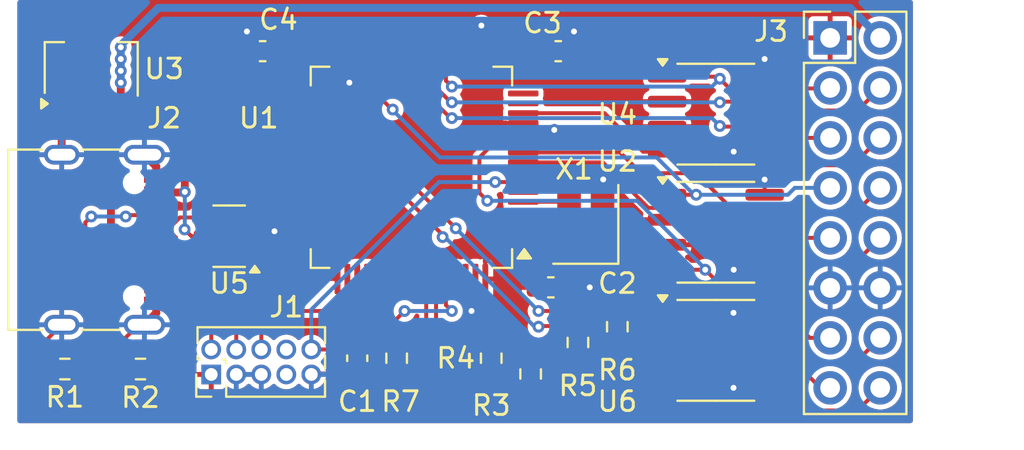
<source format=kicad_pcb>
(kicad_pcb (version 20240108) (generator "pcbnew") (generator_version "8.0")
  (layers (0 "F.Cu" signal) (31 "B.Cu" signal) (34 "B.Paste" user) (35 "F.Paste" user) (36 "B.SilkS" user "B.Silkscreen") (37 "F.SilkS" user "F.Silkscreen") (38 "B.Mask" user) (39 "F.Mask" user) (44 "Edge.Cuts" user))
  (net 0 "")
  (net 2 "/SWDIO")
  (net 3 "GND")
  (net 4 "/SWDCLK")
  (net 5 "+3.3V")
  (net 6 "/~{RESET}")
  (net 8 "/SWO")
  (net 10 "Net-(J2-CC2)")
  (net 11 "Net-(J2-D--PadA7)")
  (net 12 "Net-(J2-D+-PadA6)")
  (net 13 "Net-(J2-CC1)")
  (net 15 "VBUS")
  (net 16 "/I2C3_SDA")
  (net 17 "/I2C3_SCL")
  (net 18 "/I2C1_SDA")
  (net 19 "/I2C1_SCL")
  (net 22 "/D-")
  (net 31 "/D+")
  (net 53 "Net-(U1-BOOT0)")
  (net 54 "/PH0")
  (net 55 "/PH1")
  (net 56 "/SPI1_CS")
  (net 57 "/SPI1_MISO")
  (net 58 "/SPI1_MOSI")
  (net 59 "/SPI1_SCK")
  (net 60 "/SPI2_MISO")
  (net 62 "/SPI2_MOSI")
  (net 63 "/SPI2_SCK")
  (net 64 "/SPI2_CS")
  (footprint "Capacitor_SMD:C_0603_1608Metric" (layer "F.Cu") (at 121.2 93.6 180)
    (property "Reference" "C4" (at -0.8 1.6 180) (layer "F.SilkS"))
    (property "Value" "100nF")
    (pad "1" smd roundrect (at -0.775 0 180) (size 0.9 0.95) (layers "F.Cu" "F.Paste" "F.Mask") (net 5 "+3.3V"))
    (pad "2" smd roundrect (at 0.775 0 180) (size 0.9 0.95) (layers "F.Cu" "F.Paste" "F.Mask") (net 3 "GND"))
  )
  (footprint "Connector_USB:USB_C_Receptacle_G-Switch_GT-USB-7010ASV" (layer "F.Cu") (at 112.075 103.18 -90)
    (property "Reference" "J2" (at -6.18 -4.125 180) (layer "F.SilkS"))
    (property "Value" "USB_C_Receptacle_USB2.0_16P" (hide yes))
    (pad "" np_thru_hole circle (at -2.89 -2.605 270) (size 0.65 0.65) (drill 0.65) (layers "*.Cu" "*.Mask"))
    (pad "" np_thru_hole circle (at 2.89 -2.605 270) (size 0.65 0.65) (drill 0.65) (layers "*.Cu" "*.Mask"))
    (pad "A1" smd rect (at -3.2 -3.725 270) (size 0.6 1.24) (layers "F.Cu" "F.Paste" "F.Mask") (net 3 "GND"))
    (pad "A4" smd rect (at -2.4 -3.725 270) (size 0.6 1.24) (layers "F.Cu" "F.Paste" "F.Mask") (net 15 "VBUS"))
    (pad "A5" smd rect (at -1.25 -3.725 270) (size 0.3 1.24) (layers "F.Cu" "F.Paste" "F.Mask") (net 13 "Net-(J2-CC1)"))
    (pad "A6" smd rect (at -0.25 -3.725 270) (size 0.3 1.24) (layers "F.Cu" "F.Paste" "F.Mask") (net 12 "Net-(J2-D+-PadA6)"))
    (pad "A7" smd rect (at 0.25 -3.725 270) (size 0.3 1.24) (layers "F.Cu" "F.Paste" "F.Mask") (net 11 "Net-(J2-D--PadA7)"))
    (pad "A8" smd rect (at 1.25 -3.725 270) (size 0.3 1.24) (layers "F.Cu" "F.Paste" "F.Mask"))
    (pad "A9" smd rect (at 2.4 -3.725 270) (size 0.6 1.24) (layers "F.Cu" "F.Paste" "F.Mask") (net 15 "VBUS"))
    (pad "A12" smd rect (at 3.2 -3.725 270) (size 0.6 1.24) (layers "F.Cu" "F.Paste" "F.Mask") (net 3 "GND"))
    (pad "B1" smd rect (at 3.2 -3.725 270) (size 0.6 1.24) (layers "F.Cu" "F.Paste" "F.Mask") (net 3 "GND"))
    (pad "B4" smd rect (at 2.4 -3.725 270) (size 0.6 1.24) (layers "F.Cu" "F.Paste" "F.Mask") (net 15 "VBUS"))
    (pad "B5" smd rect (at 1.75 -3.725 270) (size 0.3 1.24) (layers "F.Cu" "F.Paste" "F.Mask") (net 10 "Net-(J2-CC2)"))
    (pad "B6" smd rect (at 0.75 -3.725 270) (size 0.3 1.24) (layers "F.Cu" "F.Paste" "F.Mask") (net 12 "Net-(J2-D+-PadA6)"))
    (pad "B7" smd rect (at -0.75 -3.725 270) (size 0.3 1.24) (layers "F.Cu" "F.Paste" "F.Mask") (net 11 "Net-(J2-D--PadA7)"))
    (pad "B8" smd rect (at -1.75 -3.725 270) (size 0.3 1.24) (layers "F.Cu" "F.Paste" "F.Mask"))
    (pad "B9" smd rect (at -2.4 -3.725 270) (size 0.6 1.24) (layers "F.Cu" "F.Paste" "F.Mask") (net 15 "VBUS"))
    (pad "B12" smd rect (at -3.2 -3.725 270) (size 0.6 1.24) (layers "F.Cu" "F.Paste" "F.Mask") (net 3 "GND"))
    (pad "S1" thru_hole oval (at -4.32 -3.125 270) (size 1 2.1) (drill oval 0.6 1.7) (layers "*.Cu" "*.Mask") (net 3 "GND"))
    (pad "S1" thru_hole oval (at -4.32 1.075 270) (size 1 1.8) (drill oval 0.6 1.4) (layers "*.Cu" "*.Mask") (net 3 "GND"))
    (pad "S1" thru_hole oval (at 4.32 -3.125 270) (size 1 2.1) (drill oval 0.6 1.7) (layers "*.Cu" "*.Mask") (net 3 "GND"))
    (pad "S1" thru_hole oval (at 4.32 1.075 270) (size 1 1.8) (drill oval 0.6 1.4) (layers "*.Cu" "*.Mask") (net 3 "GND"))
  )
  (footprint "Crystal:Crystal_SMD_TXC_7M-4Pin_3.2x2.5mm" (layer "F.Cu") (at 137.6 102.4 90)
    (property "Reference" "X1" (at 2.8 -0.6 0) (layer "F.SilkS"))
    (property "Value" "ECS-2520MV-xxx-xx")
    (pad "1" smd rect (at -1.1 0.85 90) (size 1.4 1.2) (layers "F.Cu" "F.Paste" "F.Mask") (net 5 "+3.3V"))
    (pad "2" smd rect (at 1.1 0.85 90) (size 1.4 1.2) (layers "F.Cu" "F.Paste" "F.Mask") (net 3 "GND"))
    (pad "3" smd rect (at 1.1 -0.85 90) (size 1.4 1.2) (layers "F.Cu" "F.Paste" "F.Mask") (net 54 "/PH0"))
    (pad "4" smd rect (at -1.1 -0.85 90) (size 1.4 1.2) (layers "F.Cu" "F.Paste" "F.Mask") (net 5 "+3.3V"))
  )
  (footprint "Resistor_SMD:R_0603_1608Metric" (layer "F.Cu") (at 115 109.75 180)
    (property "Reference" "R2" (at 0 -1.45 180) (layer "F.SilkS"))
    (property "Value" "5k1")
    (pad "1" smd roundrect (at -0.825 0 180) (size 0.8 0.95) (layers "F.Cu" "F.Paste" "F.Mask") (net 10 "Net-(J2-CC2)"))
    (pad "2" smd roundrect (at 0.825 0 180) (size 0.8 0.95) (layers "F.Cu" "F.Paste" "F.Mask") (net 3 "GND"))
  )
  (footprint "Connector_PinHeader_1.27mm:PinHeader_2x05_P1.27mm_Vertical" (layer "F.Cu") (at 118.59 110.025 90)
    (property "Reference" "J1" (at 3.425 3.81 0) (layer "F.SilkS"))
    (property "Value" "Conn_ARM_JTAG_SWD_10" (hide yes))
    (pad "1" thru_hole rect (at 0 0 90) (size 1 1) (drill 0.65) (layers "*.Cu" "*.Mask") (net 5 "+3.3V"))
    (pad "2" thru_hole oval (at 1.27 0 90) (size 1 1) (drill 0.65) (layers "*.Cu" "*.Mask") (net 2 "/SWDIO"))
    (pad "3" thru_hole oval (at 0 1.27 90) (size 1 1) (drill 0.65) (layers "*.Cu" "*.Mask") (net 3 "GND"))
    (pad "4" thru_hole oval (at 1.27 1.27 90) (size 1 1) (drill 0.65) (layers "*.Cu" "*.Mask") (net 4 "/SWDCLK"))
    (pad "5" thru_hole oval (at 0 2.54 90) (size 1 1) (drill 0.65) (layers "*.Cu" "*.Mask") (net 3 "GND"))
    (pad "6" thru_hole oval (at 1.27 2.54 90) (size 1 1) (drill 0.65) (layers "*.Cu" "*.Mask") (net 8 "/SWO"))
    (pad "7" thru_hole oval (at 0 3.81 90) (size 1 1) (drill 0.65) (layers "*.Cu" "*.Mask"))
    (pad "8" thru_hole oval (at 1.27 3.81 90) (size 1 1) (drill 0.65) (layers "*.Cu" "*.Mask"))
    (pad "9" thru_hole oval (at 0 5.08 90) (size 1 1) (drill 0.65) (layers "*.Cu" "*.Mask") (net 3 "GND"))
    (pad "10" thru_hole oval (at 1.27 5.08 90) (size 1 1) (drill 0.65) (layers "*.Cu" "*.Mask") (net 6 "/~{RESET}"))
  )
  (footprint "Resistor_SMD:R_0603_1608Metric" (layer "F.Cu") (at 132.8 109.2 -90)
    (property "Reference" "R4" (at -0.000001 1.799999 180) (layer "F.SilkS"))
    (property "Value" "5k1")
    (pad "1" smd roundrect (at -0.825 0 270) (size 0.8 0.95) (layers "F.Cu" "F.Paste" "F.Mask") (net 5 "+3.3V"))
    (pad "2" smd roundrect (at 0.825 0 270) (size 0.8 0.95) (layers "F.Cu" "F.Paste" "F.Mask") (net 18 "/I2C1_SDA"))
  )
  (footprint "Resistor_SMD:R_0603_1608Metric" (layer "F.Cu") (at 111.1625 109.75 180)
    (property "Reference" "R1" (at 0 -1.43 180) (layer "F.SilkS"))
    (property "Value" "5k1")
    (pad "1" smd roundrect (at -0.825 0 180) (size 0.8 0.95) (layers "F.Cu" "F.Paste" "F.Mask") (net 13 "Net-(J2-CC1)"))
    (pad "2" smd roundrect (at 0.825 0 180) (size 0.8 0.95) (layers "F.Cu" "F.Paste" "F.Mask") (net 3 "GND"))
  )
  (footprint "Resistor_SMD:R_0603_1608Metric" (layer "F.Cu") (at 128 109.2 90)
    (property "Reference" "R7" (at -2.199999 0.200001 0) (layer "F.SilkS"))
    (property "Value" "10k")
    (pad "1" smd roundrect (at -0.825 0 90) (size 0.8 0.95) (layers "F.Cu" "F.Paste" "F.Mask") (net 3 "GND"))
    (pad "2" smd roundrect (at 0.825 0 90) (size 0.8 0.95) (layers "F.Cu" "F.Paste" "F.Mask") (net 53 "Net-(U1-BOOT0)"))
  )
  (footprint "Capacitor_SMD:C_0603_1608Metric" (layer "F.Cu") (at 135.825 105.6)
    (property "Reference" "C2" (at 3.375 -0.2 360) (layer "F.SilkS"))
    (property "Value" "100nF")
    (pad "1" smd roundrect (at -0.775 0) (size 0.9 0.95) (layers "F.Cu" "F.Paste" "F.Mask") (net 5 "+3.3V"))
    (pad "2" smd roundrect (at 0.775 0) (size 0.9 0.95) (layers "F.Cu" "F.Paste" "F.Mask") (net 3 "GND"))
  )
  (footprint "Package_TO_SOT_SMD:SOT-89-3" (layer "F.Cu") (at 112.5 94.5 90)
    (property "Reference" "U3" (at 0 3.7 0) (layer "F.SilkS"))
    (property "Value" "AZ1117-3.3" (hide yes))
    (pad "1" smd roundrect (at -1.95 -1.5 90) (size 1.3 0.9) (layers "F.Cu" "F.Paste" "F.Mask") (net 3 "GND"))
    (pad "2" smd custom (at -1.8625 0 90) (size 1.475 0.9) (layers "F.Cu" "F.Paste" "F.Mask") (net 5 "+3.3V") (options (clearance outline) (anchor rect)) (primitives (gr_poly (pts (xy 3.8625 0.8665) (xy 0.7375 0.8665) (xy 0.7375 -0.8665) (xy 3.8625 -0.8665)) (width 0) (fill yes))))
    (pad "3" smd roundrect (at -1.95 1.5 90) (size 1.3 0.9) (layers "F.Cu" "F.Paste" "F.Mask") (net 15 "VBUS"))
  )
  (footprint "Package_SO:SOIC-8_3.9x4.9mm_P1.27mm" (layer "F.Cu") (at 144.2 108.8)
    (property "Reference" "U6" (at -5 2.6 0) (layer "F.SilkS"))
    (property "Value" "SRDA3.3-4BTG" (hide yes))
    (pad "1" smd roundrect (at -2.475 -1.905) (size 1.95 0.6) (layers "F.Cu" "F.Paste" "F.Mask") (net 16 "/I2C3_SDA"))
    (pad "2" smd roundrect (at -2.475 -0.635) (size 1.95 0.6) (layers "F.Cu" "F.Paste" "F.Mask") (net 5 "+3.3V"))
    (pad "3" smd roundrect (at -2.475 0.635) (size 1.95 0.6) (layers "F.Cu" "F.Paste" "F.Mask") (net 5 "+3.3V"))
    (pad "4" smd roundrect (at -2.475 1.905) (size 1.95 0.6) (layers "F.Cu" "F.Paste" "F.Mask") (net 19 "/I2C1_SCL"))
    (pad "5" smd roundrect (at 2.475 1.905) (size 1.95 0.6) (layers "F.Cu" "F.Paste" "F.Mask") (net 3 "GND"))
    (pad "6" smd roundrect (at 2.475 0.635) (size 1.95 0.6) (layers "F.Cu" "F.Paste" "F.Mask") (net 18 "/I2C1_SDA"))
    (pad "7" smd roundrect (at 2.475 -0.635) (size 1.95 0.6) (layers "F.Cu" "F.Paste" "F.Mask") (net 17 "/I2C3_SCL"))
    (pad "8" smd roundrect (at 2.475 -1.905) (size 1.95 0.6) (layers "F.Cu" "F.Paste" "F.Mask") (net 3 "GND"))
  )
  (footprint "Package_SO:SOIC-8_3.9x4.9mm_P1.27mm" (layer "F.Cu") (at 144.2 102.8)
    (property "Reference" "U2" (at -5 -3.6 0) (layer "F.SilkS"))
    (property "Value" "SRDA3.3-4BTG" (hide yes))
    (pad "1" smd roundrect (at -2.475 -1.905) (size 1.95 0.6) (layers "F.Cu" "F.Paste" "F.Mask") (net 63 "/SPI2_SCK"))
    (pad "2" smd roundrect (at -2.475 -0.635) (size 1.95 0.6) (layers "F.Cu" "F.Paste" "F.Mask") (net 5 "+3.3V"))
    (pad "3" smd roundrect (at -2.475 0.635) (size 1.95 0.6) (layers "F.Cu" "F.Paste" "F.Mask") (net 5 "+3.3V"))
    (pad "4" smd roundrect (at -2.475 1.905) (size 1.95 0.6) (layers "F.Cu" "F.Paste" "F.Mask") (net 64 "/SPI2_CS"))
    (pad "5" smd roundrect (at 2.475 1.905) (size 1.95 0.6) (layers "F.Cu" "F.Paste" "F.Mask") (net 3 "GND"))
    (pad "6" smd roundrect (at 2.475 0.635) (size 1.95 0.6) (layers "F.Cu" "F.Paste" "F.Mask") (net 62 "/SPI2_MOSI"))
    (pad "7" smd roundrect (at 2.475 -0.635) (size 1.95 0.6) (layers "F.Cu" "F.Paste" "F.Mask") (net 60 "/SPI2_MISO"))
    (pad "8" smd roundrect (at 2.475 -1.905) (size 1.95 0.6) (layers "F.Cu" "F.Paste" "F.Mask") (net 3 "GND"))
  )
  (footprint "Resistor_SMD:R_0603_1608Metric" (layer "F.Cu") (at 139.2 107.6 90)
    (property "Reference" "R6" (at -2.2 0 0) (layer "F.SilkS"))
    (property "Value" "5k1")
    (pad "1" smd roundrect (at -0.825 0 90) (size 0.8 0.95) (layers "F.Cu" "F.Paste" "F.Mask") (net 5 "+3.3V"))
    (pad "2" smd roundrect (at 0.825 0 90) (size 0.8 0.95) (layers "F.Cu" "F.Paste" "F.Mask") (net 16 "/I2C3_SDA"))
  )
  (footprint "Resistor_SMD:R_0603_1608Metric" (layer "F.Cu") (at 137.2 108.4 90)
    (property "Reference" "R5" (at -2.2 0 0) (layer "F.SilkS"))
    (property "Value" "5k1")
    (pad "1" smd roundrect (at -0.825 0 90) (size 0.8 0.95) (layers "F.Cu" "F.Paste" "F.Mask") (net 5 "+3.3V"))
    (pad "2" smd roundrect (at 0.825 0 90) (size 0.8 0.95) (layers "F.Cu" "F.Paste" "F.Mask") (net 17 "/I2C3_SCL"))
  )
  (footprint "Capacitor_SMD:C_0603_1608Metric" (layer "F.Cu") (at 136.2 93.6)
    (property "Reference" "C3" (at -0.8 -1.43 360) (layer "F.SilkS"))
    (property "Value" "100nF")
    (pad "1" smd roundrect (at -0.775 0) (size 0.9 0.95) (layers "F.Cu" "F.Paste" "F.Mask") (net 5 "+3.3V"))
    (pad "2" smd roundrect (at 0.775 0) (size 0.9 0.95) (layers "F.Cu" "F.Paste" "F.Mask") (net 3 "GND"))
  )
  (footprint "Package_TO_SOT_SMD:SOT-23-6" (layer "F.Cu") (at 119.5 103 180)
    (property "Reference" "U5" (at 0 -2.4 180) (layer "F.SilkS"))
    (property "Value" "USBLC6-2SC6" (hide yes))
    (pad "1" smd roundrect (at -1.1375 -0.95 180) (size 1.325 0.6) (layers "F.Cu" "F.Paste" "F.Mask") (net 22 "/D-"))
    (pad "2" smd roundrect (at -1.1375 0 180) (size 1.325 0.6) (layers "F.Cu" "F.Paste" "F.Mask") (net 3 "GND"))
    (pad "3" smd roundrect (at -1.1375 0.95 180) (size 1.325 0.6) (layers "F.Cu" "F.Paste" "F.Mask") (net 31 "/D+"))
    (pad "4" smd roundrect (at 1.1375 0.95 180) (size 1.325 0.6) (layers "F.Cu" "F.Paste" "F.Mask") (net 11 "Net-(J2-D--PadA7)"))
    (pad "5" smd roundrect (at 1.1375 0 180) (size 1.325 0.6) (layers "F.Cu" "F.Paste" "F.Mask") (net 15 "VBUS"))
    (pad "6" smd roundrect (at 1.1375 -0.95 180) (size 1.325 0.6) (layers "F.Cu" "F.Paste" "F.Mask") (net 12 "Net-(J2-D+-PadA6)"))
  )
  (footprint "Connector_PinHeader_2.54mm:PinHeader_2x08_P2.54mm_Vertical" (layer "F.Cu") (at 150 92.925)
    (property "Reference" "J3" (at -3 -0.325 0) (layer "F.SilkS"))
    (property "Value" "Conn_02x08_Odd_Even")
    (pad "1" thru_hole rect (at 0 0) (size 1.7 1.7) (drill 1) (layers "*.Cu" "*.Mask") (net 5 "+3.3V"))
    (pad "2" thru_hole oval (at 2.54 0) (size 1.7 1.7) (drill 1) (layers "*.Cu" "*.Mask") (net 15 "VBUS"))
    (pad "3" thru_hole oval (at 0 2.54) (size 1.7 1.7) (drill 1) (layers "*.Cu" "*.Mask") (net 59 "/SPI1_SCK"))
    (pad "4" thru_hole oval (at 2.54 2.54) (size 1.7 1.7) (drill 1) (layers "*.Cu" "*.Mask") (net 57 "/SPI1_MISO"))
    (pad "5" thru_hole oval (at 0 5.08) (size 1.7 1.7) (drill 1) (layers "*.Cu" "*.Mask") (net 58 "/SPI1_MOSI"))
    (pad "6" thru_hole oval (at 2.54 5.08) (size 1.7 1.7) (drill 1) (layers "*.Cu" "*.Mask") (net 56 "/SPI1_CS"))
    (pad "7" thru_hole oval (at 0 7.62) (size 1.7 1.7) (drill 1) (layers "*.Cu" "*.Mask") (net 63 "/SPI2_SCK"))
    (pad "8" thru_hole oval (at 2.54 7.62) (size 1.7 1.7) (drill 1) (layers "*.Cu" "*.Mask") (net 60 "/SPI2_MISO"))
    (pad "9" thru_hole oval (at 0 10.16) (size 1.7 1.7) (drill 1) (layers "*.Cu" "*.Mask") (net 62 "/SPI2_MOSI"))
    (pad "10" thru_hole oval (at 2.54 10.16) (size 1.7 1.7) (drill 1) (layers "*.Cu" "*.Mask") (net 64 "/SPI2_CS"))
    (pad "11" thru_hole oval (at 0 12.7) (size 1.7 1.7) (drill 1) (layers "*.Cu" "*.Mask") (net 3 "GND"))
    (pad "12" thru_hole oval (at 2.54 12.7) (size 1.7 1.7) (drill 1) (layers "*.Cu" "*.Mask") (net 3 "GND"))
    (pad "13" thru_hole oval (at 0 15.24) (size 1.7 1.7) (drill 1) (layers "*.Cu" "*.Mask") (net 16 "/I2C3_SDA"))
    (pad "14" thru_hole oval (at 2.54 15.24) (size 1.7 1.7) (drill 1) (layers "*.Cu" "*.Mask") (net 17 "/I2C3_SCL"))
    (pad "15" thru_hole oval (at 0 17.78) (size 1.7 1.7) (drill 1) (layers "*.Cu" "*.Mask") (net 18 "/I2C1_SDA"))
    (pad "16" thru_hole oval (at 2.54 17.78) (size 1.7 1.7) (drill 1) (layers "*.Cu" "*.Mask") (net 19 "/I2C1_SCL"))
  )
  (footprint "Package_SO:SOIC-8_3.9x4.9mm_P1.27mm" (layer "F.Cu") (at 144.2 96.8)
    (property "Reference" "U4" (at -5 0 360) (layer "F.SilkS"))
    (property "Value" "SRDA3.3-4BTG" (hide yes))
    (pad "1" smd roundrect (at -2.475 -1.905) (size 1.95 0.6) (layers "F.Cu" "F.Paste" "F.Mask") (net 59 "/SPI1_SCK"))
    (pad "2" smd roundrect (at -2.475 -0.635) (size 1.95 0.6) (layers "F.Cu" "F.Paste" "F.Mask") (net 5 "+3.3V"))
    (pad "3" smd roundrect (at -2.475 0.635) (size 1.95 0.6) (layers "F.Cu" "F.Paste" "F.Mask") (net 5 "+3.3V"))
    (pad "4" smd roundrect (at -2.475 1.905) (size 1.95 0.6) (layers "F.Cu" "F.Paste" "F.Mask") (net 56 "/SPI1_CS"))
    (pad "5" smd roundrect (at 2.475 1.905) (size 1.95 0.6) (layers "F.Cu" "F.Paste" "F.Mask") (net 3 "GND"))
    (pad "6" smd roundrect (at 2.475 0.635) (size 1.95 0.6) (layers "F.Cu" "F.Paste" "F.Mask") (net 58 "/SPI1_MOSI"))
    (pad "7" smd roundrect (at 2.475 -0.635) (size 1.95 0.6) (layers "F.Cu" "F.Paste" "F.Mask") (net 57 "/SPI1_MISO"))
    (pad "8" smd roundrect (at 2.475 -1.905) (size 1.95 0.6) (layers "F.Cu" "F.Paste" "F.Mask") (net 3 "GND"))
  )
  (footprint "Capacitor_SMD:C_0603_1608Metric" (layer "F.Cu") (at 126 109.2 -90)
    (property "Reference" "C1" (at 2.2 0 0) (layer "F.SilkS"))
    (property "Value" "100nF")
    (pad "1" smd roundrect (at -0.775 0 270) (size 0.9 0.95) (layers "F.Cu" "F.Paste" "F.Mask") (net 6 "/~{RESET}"))
    (pad "2" smd roundrect (at 0.775 0 270) (size 0.9 0.95) (layers "F.Cu" "F.Paste" "F.Mask") (net 3 "GND"))
  )
  (footprint "Resistor_SMD:R_0603_1608Metric" (layer "F.Cu") (at 134.8 110 -90)
    (property "Reference" "R3" (at 1.599999 1.999999 180) (layer "F.SilkS"))
    (property "Value" "5k1")
    (pad "1" smd roundrect (at -0.825 0 270) (size 0.8 0.95) (layers "F.Cu" "F.Paste" "F.Mask") (net 5 "+3.3V"))
    (pad "2" smd roundrect (at 0.825 0 270) (size 0.8 0.95) (layers "F.Cu" "F.Paste" "F.Mask") (net 19 "/I2C1_SCL"))
  )
  (footprint "Package_QFP:LQFP-64_10x10mm_P0.5mm" (layer "F.Cu") (at 128.75 99.5 180)
    (property "Reference" "U1" (at 7.75 2.5 180) (layer "F.SilkS"))
    (property "Value" "STM32H562RGTx" (hide yes))
    (pad "1" smd roundrect (at -5.675 -3.75 180) (size 1.55 0.3) (layers "F.Cu" "F.Paste" "F.Mask") (net 5 "+3.3V"))
    (pad "2" smd roundrect (at -5.675 -3.25 180) (size 1.55 0.3) (layers "F.Cu" "F.Paste" "F.Mask"))
    (pad "3" smd roundrect (at -5.675 -2.75 180) (size 1.55 0.3) (layers "F.Cu" "F.Paste" "F.Mask"))
    (pad "4" smd roundrect (at -5.675 -2.25 180) (size 1.55 0.3) (layers "F.Cu" "F.Paste" "F.Mask"))
    (pad "5" smd roundrect (at -5.675 -1.75 180) (size 1.55 0.3) (layers "F.Cu" "F.Paste" "F.Mask") (net 54 "/PH0"))
    (pad "6" smd roundrect (at -5.675 -1.25 180) (size 1.55 0.3) (layers "F.Cu" "F.Paste" "F.Mask") (net 55 "/PH1"))
    (pad "7" smd roundrect (at -5.675 -0.75 180) (size 1.55 0.3) (layers "F.Cu" "F.Paste" "F.Mask") (net 6 "/~{RESET}"))
    (pad "8" smd roundrect (at -5.675 -0.25 180) (size 1.55 0.3) (layers "F.Cu" "F.Paste" "F.Mask"))
    (pad "9" smd roundrect (at -5.675 0.25 180) (size 1.55 0.3) (layers "F.Cu" "F.Paste" "F.Mask") (net 62 "/SPI2_MOSI"))
    (pad "10" smd roundrect (at -5.675 0.75 180) (size 1.55 0.3) (layers "F.Cu" "F.Paste" "F.Mask") (net 60 "/SPI2_MISO"))
    (pad "11" smd roundrect (at -5.675 1.25 180) (size 1.55 0.3) (layers "F.Cu" "F.Paste" "F.Mask") (net 64 "/SPI2_CS"))
    (pad "12" smd roundrect (at -5.675 1.75 180) (size 1.55 0.3) (layers "F.Cu" "F.Paste" "F.Mask") (net 3 "GND"))
    (pad "13" smd roundrect (at -5.675 2.25 180) (size 1.55 0.3) (layers "F.Cu" "F.Paste" "F.Mask") (net 5 "+3.3V"))
    (pad "14" smd roundrect (at -5.675 2.75 180) (size 1.55 0.3) (layers "F.Cu" "F.Paste" "F.Mask") (net 56 "/SPI1_CS"))
    (pad "15" smd roundrect (at -5.675 3.25 180) (size 1.55 0.3) (layers "F.Cu" "F.Paste" "F.Mask"))
    (pad "16" smd roundrect (at -5.675 3.75 180) (size 1.55 0.3) (layers "F.Cu" "F.Paste" "F.Mask"))
    (pad "17" smd roundrect (at -3.75 5.675 180) (size 0.3 1.55) (layers "F.Cu" "F.Paste" "F.Mask"))
    (pad "18" smd roundrect (at -3.25 5.675 180) (size 0.3 1.55) (layers "F.Cu" "F.Paste" "F.Mask") (net 3 "GND"))
    (pad "19" smd roundrect (at -2.75 5.675 180) (size 0.3 1.55) (layers "F.Cu" "F.Paste" "F.Mask") (net 5 "+3.3V"))
    (pad "20" smd roundrect (at -2.25 5.675 180) (size 0.3 1.55) (layers "F.Cu" "F.Paste" "F.Mask"))
    (pad "21" smd roundrect (at -1.75 5.675 180) (size 0.3 1.55) (layers "F.Cu" "F.Paste" "F.Mask") (net 59 "/SPI1_SCK"))
    (pad "22" smd roundrect (at -1.25 5.675 180) (size 0.3 1.55) (layers "F.Cu" "F.Paste" "F.Mask") (net 57 "/SPI1_MISO"))
    (pad "23" smd roundrect (at -0.75 5.675 180) (size 0.3 1.55) (layers "F.Cu" "F.Paste" "F.Mask") (net 58 "/SPI1_MOSI"))
    (pad "24" smd roundrect (at -0.25 5.675 180) (size 0.3 1.55) (layers "F.Cu" "F.Paste" "F.Mask"))
    (pad "25" smd roundrect (at 0.25 5.675 180) (size 0.3 1.55) (layers "F.Cu" "F.Paste" "F.Mask"))
    (pad "26" smd roundrect (at 0.75 5.675 180) (size 0.3 1.55) (layers "F.Cu" "F.Paste" "F.Mask"))
    (pad "27" smd roundrect (at 1.25 5.675 180) (size 0.3 1.55) (layers "F.Cu" "F.Paste" "F.Mask"))
    (pad "28" smd roundrect (at 1.75 5.675 180) (size 0.3 1.55) (layers "F.Cu" "F.Paste" "F.Mask"))
    (pad "29" smd roundrect (at 2.25 5.675 180) (size 0.3 1.55) (layers "F.Cu" "F.Paste" "F.Mask") (net 63 "/SPI2_SCK"))
    (pad "30" smd roundrect (at 2.75 5.675 180) (size 0.3 1.55) (layers "F.Cu" "F.Paste" "F.Mask"))
    (pad "31" smd roundrect (at 3.25 5.675 180) (size 0.3 1.55) (layers "F.Cu" "F.Paste" "F.Mask") (net 3 "GND"))
    (pad "32" smd roundrect (at 3.75 5.675 180) (size 0.3 1.55) (layers "F.Cu" "F.Paste" "F.Mask") (net 5 "+3.3V"))
    (pad "33" smd roundrect (at 5.675 3.75 180) (size 1.55 0.3) (layers "F.Cu" "F.Paste" "F.Mask"))
    (pad "34" smd roundrect (at 5.675 3.25 180) (size 1.55 0.3) (layers "F.Cu" "F.Paste" "F.Mask"))
    (pad "35" smd roundrect (at 5.675 2.75 180) (size 1.55 0.3) (layers "F.Cu" "F.Paste" "F.Mask"))
    (pad "36" smd roundrect (at 5.675 2.25 180) (size 1.55 0.3) (layers "F.Cu" "F.Paste" "F.Mask"))
    (pad "37" smd roundrect (at 5.675 1.75 180) (size 1.55 0.3) (layers "F.Cu" "F.Paste" "F.Mask"))
    (pad "38" smd roundrect (at 5.675 1.25 180) (size 1.55 0.3) (layers "F.Cu" "F.Paste" "F.Mask"))
    (pad "39" smd roundrect (at 5.675 0.75 180) (size 1.55 0.3) (layers "F.Cu" "F.Paste" "F.Mask"))
    (pad "40" smd roundrect (at 5.675 0.25 180) (size 1.55 0.3) (layers "F.Cu" "F.Paste" "F.Mask") (net 16 "/I2C3_SDA"))
    (pad "41" smd roundrect (at 5.675 -0.25 180) (size 1.55 0.3) (layers "F.Cu" "F.Paste" "F.Mask") (net 17 "/I2C3_SCL"))
    (pad "42" smd roundrect (at 5.675 -0.75 180) (size 1.55 0.3) (layers "F.Cu" "F.Paste" "F.Mask"))
    (pad "43" smd roundrect (at 5.675 -1.25 180) (size 1.55 0.3) (layers "F.Cu" "F.Paste" "F.Mask"))
    (pad "44" smd roundrect (at 5.675 -1.75 180) (size 1.55 0.3) (layers "F.Cu" "F.Paste" "F.Mask") (net 22 "/D-"))
    (pad "45" smd roundrect (at 5.675 -2.25 180) (size 1.55 0.3) (layers "F.Cu" "F.Paste" "F.Mask") (net 31 "/D+"))
    (pad "46" smd roundrect (at 5.675 -2.75 180) (size 1.55 0.3) (layers "F.Cu" "F.Paste" "F.Mask") (net 2 "/SWDIO"))
    (pad "47" smd roundrect (at 5.675 -3.25 180) (size 1.55 0.3) (layers "F.Cu" "F.Paste" "F.Mask") (net 3 "GND"))
    (pad "48" smd roundrect (at 5.675 -3.75 180) (size 1.55 0.3) (layers "F.Cu" "F.Paste" "F.Mask") (net 5 "+3.3V"))
    (pad "49" smd roundrect (at 3.75 -5.675 180) (size 0.3 1.55) (layers "F.Cu" "F.Paste" "F.Mask") (net 4 "/SWDCLK"))
    (pad "50" smd roundrect (at 3.25 -5.675 180) (size 0.3 1.55) (layers "F.Cu" "F.Paste" "F.Mask"))
    (pad "51" smd roundrect (at 2.75 -5.675 180) (size 0.3 1.55) (layers "F.Cu" "F.Paste" "F.Mask"))
    (pad "52" smd roundrect (at 2.25 -5.675 180) (size 0.3 1.55) (layers "F.Cu" "F.Paste" "F.Mask"))
    (pad "53" smd roundrect (at 1.75 -5.675 180) (size 0.3 1.55) (layers "F.Cu" "F.Paste" "F.Mask"))
    (pad "54" smd roundrect (at 1.25 -5.675 180) (size 0.3 1.55) (layers "F.Cu" "F.Paste" "F.Mask"))
    (pad "55" smd roundrect (at 0.75 -5.675 180) (size 0.3 1.55) (layers "F.Cu" "F.Paste" "F.Mask") (net 8 "/SWO"))
    (pad "56" smd roundrect (at 0.25 -5.675 180) (size 0.3 1.55) (layers "F.Cu" "F.Paste" "F.Mask"))
    (pad "57" smd roundrect (at -0.25 -5.675 180) (size 0.3 1.55) (layers "F.Cu" "F.Paste" "F.Mask"))
    (pad "58" smd roundrect (at -0.75 -5.675 180) (size 0.3 1.55) (layers "F.Cu" "F.Paste" "F.Mask") (net 19 "/I2C1_SCL"))
    (pad "59" smd roundrect (at -1.25 -5.675 180) (size 0.3 1.55) (layers "F.Cu" "F.Paste" "F.Mask") (net 18 "/I2C1_SDA"))
    (pad "60" smd roundrect (at -1.75 -5.675 180) (size 0.3 1.55) (layers "F.Cu" "F.Paste" "F.Mask") (net 53 "Net-(U1-BOOT0)"))
    (pad "61" smd roundrect (at -2.25 -5.675 180) (size 0.3 1.55) (layers "F.Cu" "F.Paste" "F.Mask"))
    (pad "62" smd roundrect (at -2.75 -5.675 180) (size 0.3 1.55) (layers "F.Cu" "F.Paste" "F.Mask"))
    (pad "63" smd roundrect (at -3.25 -5.675 180) (size 0.3 1.55) (layers "F.Cu" "F.Paste" "F.Mask") (net 3 "GND"))
    (pad "64" smd roundrect (at -3.75 -5.675 180) (size 0.3 1.55) (layers "F.Cu" "F.Paste" "F.Mask") (net 5 "+3.3V"))
  )
  (segment (start 124.4 102.6) (end 124.05 102.25) (width 0.2) (layer "F.Cu") (net 2))
  (segment (start 120.4 105.6) (end 122.8 105.6) (width 0.2) (layer "F.Cu") (net 2))
  (segment (start 118.59 108.755) (end 118.59 107.41) (width 0.2) (layer "F.Cu") (net 2))
  (segment (start 118.59 107.41) (end 120.4 105.6) (width 0.2) (layer "F.Cu") (net 2))
  (segment (start 122.8 105.6) (end 124.4 104) (width 0.2) (layer "F.Cu") (net 2))
  (segment (start 124.4 104) (end 124.4 102.6) (width 0.2) (layer "F.Cu") (net 2))
  (segment (start 124.05 102.25) (end 123.075 102.25) (width 0.2) (layer "F.Cu") (net 2))
  (segment (start 114.9 107.5) (end 114.175 108.225) (width 0.2) (layer "F.Cu") (net 3))
  (segment (start 115.8 99.46) (end 115.2 98.86) (width 0.4) (layer "F.Cu") (net 3))
  (segment (start 145.095 110.705) (end 146.675 110.705) (width 0.2) (layer "F.Cu") (net 3))
  (segment (start 132.3 92.3) (end 132 92.6) (width 0.2) (layer "F.Cu") (net 3))
  (segment (start 146.675 94) (end 146.675 94.895) (width 0.2) (layer "F.Cu") (net 3))
  (segment (start 136.975 92.625) (end 137 92.6) (width 0.2) (layer "F.Cu") (net 3))
  (segment (start 138.45 100.15) (end 138.45 101.3) (width 0.2) (layer "F.Cu") (net 3))
  (segment (start 125.5 95.1) (end 125.6 95.2) (width 0.2) (layer "F.Cu") (net 3))
  (segment (start 120.425 92.625) (end 120.4 92.6) (width 0.2) (layer "F.Cu") (net 3))
  (segment (start 126 109.975) (end 123.72 109.975) (width 0.2) (layer "F.Cu") (net 3))
  (segment (start 125.5 93.825) (end 125.5 95.1) (width 0.2) (layer "F.Cu") (net 3))
  (segment (start 126.05 110.025) (end 126 109.975) (width 0.2) (layer "F.Cu") (net 3))
  (segment (start 115.575 107.875) (end 115.2 107.5) (width 0.2) (layer "F.Cu") (net 3))
  (segment (start 120.425 93.6) (end 120.425 92.625) (width 0.2) (layer "F.Cu") (net 3))
  (segment (start 128.2875 110.1125) (end 128 110.1125) (width 0.2) (layer "F.Cu") (net 3))
  (segment (start 131.8 106.8) (end 132 106.6) (width 0.2) (layer "F.Cu") (net 3))
  (segment (start 136.975 93.6) (end 136.975 92.625) (width 0.2) (layer "F.Cu") (net 3))
  (segment (start 121.55 103) (end 120.6375 103) (width 0.2) (layer "F.Cu") (net 3))
  (segment (start 114.175 108.225) (end 114.175 109.75) (width 0.2) (layer "F.Cu") (net 3))
  (segment (start 145.105 104.705) (end 146.675 104.705) (width 0.2) (layer "F.Cu") (net 3))
  (segment (start 136.6 105.6) (end 137.8 105.6) (width 0.2) (layer "F.Cu") (net 3))
  (segment (start 132 106.6) (end 132 105.175) (width 0.2) (layer "F.Cu") (net 3))
  (segment (start 132 92.6) (end 132 93.825) (width 0.2) (layer "F.Cu") (net 3))
  (segment (start 115.8 106.9) (end 115.2 107.5) (width 0.4) (layer "F.Cu") (net 3))
  (segment (start 138.482959 100.117041) (end 138.45 100.15) (width 0.2) (layer "F.Cu") (net 3))
  (segment (start 128 110.025) (end 126.05 110.025) (width 0.2) (layer "F.Cu") (net 3))
  (segment (start 146.675 100.125) (end 146.675 100.895) (width 0.2) (layer "F.Cu") (net 3))
  (segment (start 121.8 102.75) (end 121.55 103) (width 0.2) (layer "F.Cu") (net 3))
  (segment (start 111 96.45) (end 111 98.86) (width 0.4) (layer "F.Cu") (net 3))
  (segment (start 145.095 106.895) (end 146.675 106.895) (width 0.2) (layer "F.Cu") (net 3))
  (segment (start 115.2 107.5) (end 114.9 107.5) (width 0.2) (layer "F.Cu") (net 3))
  (segment (start 145.105 98.705) (end 146.675 98.705) (width 0.2) (layer "F.Cu") (net 3))
  (segment (start 121.8 102.75) (end 123.075 102.75) (width 0.2) (layer "F.Cu") (net 3))
  (segment (start 136 97.6) (end 135.85 97.75) (width 0.2) (layer "F.Cu") (net 3))
  (segment (start 115.8 106.38) (end 115.8 106.9) (width 0.4) (layer "F.Cu") (net 3))
  (segment (start 135.85 97.75) (end 134.425 97.75) (width 0.2) (layer "F.Cu") (net 3))
  (segment (start 110.25 108.25) (end 111 107.5) (width 0.2) (layer "F.Cu") (net 3))
  (segment (start 123.72 109.975) (end 123.67 110.025) (width 0.2) (layer "F.Cu") (net 3))
  (segment (start 115.8 99.98) (end 115.8 99.46) (width 0.4) (layer "F.Cu") (net 3))
  (segment (start 110.25 109.75) (end 110.25 108.25) (width 0.2) (layer "F.Cu") (net 3))
  (via (at 125.6 95.2) (size 0.6) (drill 0.3) (layers "F.Cu" "B.Cu") (net 3))
  (via (at 145.105 98.705) (size 0.6) (drill 0.3) (layers "F.Cu" "B.Cu") (net 3))
  (via (at 146.675 100.125) (size 0.6) (drill 0.3) (layers "F.Cu" "B.Cu") (net 3))
  (via (at 132.3 92.3) (size 0.6) (drill 0.3) (layers "F.Cu" "B.Cu") (net 3))
  (via (at 120.4 92.6) (size 0.6) (drill 0.3) (layers "F.Cu" "B.Cu") (net 3))
  (via (at 137.8 105.6) (size 0.6) (drill 0.3) (layers "F.Cu" "B.Cu") (net 3))
  (via (at 145.105 104.705) (size 0.6) (drill 0.3) (layers "F.Cu" "B.Cu") (net 3))
  (via (at 138.482959 100.117041) (size 0.6) (drill 0.3) (layers "F.Cu" "B.Cu") (net 3))
  (via (at 121.8 102.75) (size 0.6) (drill 0.3) (layers "F.Cu" "B.Cu") (net 3))
  (via (at 145.095 110.705) (size 0.6) (drill 0.3) (layers "F.Cu" "B.Cu") (net 3))
  (via (at 146.675 94) (size 0.6) (drill 0.3) (layers "F.Cu" "B.Cu") (net 3))
  (via (at 131.8 106.8) (size 0.6) (drill 0.3) (layers "F.Cu" "B.Cu") (net 3))
  (via (at 137 92.6) (size 0.6) (drill 0.3) (layers "F.Cu" "B.Cu") (net 3))
  (via (at 136 97.6) (size 0.6) (drill 0.3) (layers "F.Cu" "B.Cu") (net 3))
  (via (at 145.095 106.895) (size 0.6) (drill 0.3) (layers "F.Cu" "B.Cu") (net 3))
  (segment (start 125 105.175) (end 124.425 105.175) (width 0.2) (layer "F.Cu") (net 4))
  (segment (start 124.425 105.175) (end 123.4 106.2) (width 0.2) (layer "F.Cu") (net 4))
  (segment (start 123.4 106.2) (end 121 106.2) (width 0.2) (layer "F.Cu") (net 4))
  (segment (start 121 106.2) (end 119.86 107.34) (width 0.2) (layer "F.Cu") (net 4))
  (segment (start 119.86 107.34) (end 119.86 108.755) (width 0.2) (layer "F.Cu") (net 4))
  (segment (start 124.975 108.425) (end 124.645 108.755) (width 0.2) (layer "F.Cu") (net 6))
  (segment (start 123.67 108.755) (end 124.645 108.755) (width 0.2) (layer "F.Cu") (net 6))
  (segment (start 133 100.25) (end 134.425 100.25) (width 0.2) (layer "F.Cu") (net 6))
  (segment (start 126 108.425) (end 124.975 108.425) (width 0.2) (layer "F.Cu") (net 6))
  (via (at 133 100.25) (size 0.6) (drill 0.3) (layers "F.Cu" "B.Cu") (net 6))
  (segment (start 133 100.25) (end 130.15 100.25) (width 0.2) (layer "B.Cu") (net 6))
  (segment (start 123.67 106.73) (end 123.67 108.755) (width 0.2) (layer "B.Cu") (net 6))
  (segment (start 130.15 100.25) (end 123.67 106.73) (width 0.2) (layer "B.Cu") (net 6))
  (segment (start 121.13 107.27) (end 121.13 108.755) (width 0.2) (layer "F.Cu") (net 8))
  (segment (start 127.391205 106.8) (end 121.6 106.8) (width 0.2) (layer "F.Cu") (net 8))
  (segment (start 128 106.191205) (end 127.391205 106.8) (width 0.2) (layer "F.Cu") (net 8))
  (segment (start 128 105.175) (end 128 106.191205) (width 0.2) (layer "F.Cu") (net 8))
  (segment (start 121.6 106.8) (end 121.13 107.27) (width 0.2) (layer "F.Cu") (net 8))
  (segment (start 117 105.2) (end 116.73 104.93) (width 0.2) (layer "F.Cu") (net 10))
  (segment (start 116.73 104.93) (end 115.8 104.93) (width 0.2) (layer "F.Cu") (net 10))
  (segment (start 115.825 109.75) (end 115.825 108.875) (width 0.2) (layer "F.Cu") (net 10))
  (segment (start 117 107.7) (end 117 105.2) (width 0.2) (layer "F.Cu") (net 10))
  (segment (start 115.825 108.875) (end 117 107.7) (width 0.2) (layer "F.Cu") (net 10))
  (segment (start 114.93 103.43) (end 115.8 103.43) (width 0.2) (layer "F.Cu") (net 11))
  (segment (start 114.965 102.43) (end 114.8 102.595) (width 0.2) (layer "F.Cu") (net 11))
  (segment (start 116.62 102.43) (end 117 102.05) (width 0.2) (layer "F.Cu") (net 11))
  (segment (start 118.3625 102.05) (end 117 102.05) (width 0.2) (layer "F.Cu") (net 11))
  (segment (start 114.8 103.3) (end 114.93 103.43) (width 0.2) (layer "F.Cu") (net 11))
  (segment (start 115.8 102.43) (end 116.62 102.43) (width 0.2) (layer "F.Cu") (net 11))
  (segment (start 114.8 102.595) (end 114.8 103.3) (width 0.2) (layer "F.Cu") (net 11))
  (segment (start 115.8 102.43) (end 114.965 102.43) (width 0.2) (layer "F.Cu") (net 11))
  (segment (start 116.79 103.95) (end 118.3625 103.95) (width 0.2) (layer "F.Cu") (net 12))
  (segment (start 116.8 103.067618) (end 116.8 103.8) (width 0.2) (layer "F.Cu") (net 12))
  (segment (start 116.8 103.8) (end 116.72 103.88) (width 0.2) (layer "F.Cu") (net 12))
  (segment (start 116.662382 102.93) (end 116.8 103.067618) (width 0.2) (layer "F.Cu") (net 12))
  (segment (start 116.72 103.88) (end 116.79 103.95) (width 0.2) (layer "F.Cu") (net 12))
  (segment (start 116.67 103.93) (end 115.8 103.93) (width 0.2) (layer "F.Cu") (net 12))
  (segment (start 116.72 103.88) (end 116.67 103.93) (width 0.2) (layer "F.Cu") (net 12))
  (segment (start 115.8 102.93) (end 116.662382 102.93) (width 0.2) (layer "F.Cu") (net 12))
  (segment (start 115.8 101.93) (end 114.32 101.93) (width 0.2) (layer "F.Cu") (net 13))
  (segment (start 112.2 102.3) (end 112.5 102) (width 0.2) (layer "F.Cu") (net 13))
  (segment (start 112.2 109.625) (end 112.2 102.3) (width 0.2) (layer "F.Cu") (net 13))
  (segment (start 112.075 109.75) (end 112.2 109.625) (width 0.2) (layer "F.Cu") (net 13))
  (segment (start 114.32 101.93) (end 114.25 102) (width 0.2) (layer "F.Cu") (net 13))
  (via (at 114.25 102) (size 0.6) (drill 0.3) (layers "F.Cu" "B.Cu") (net 13))
  (via (at 112.5 102) (size 0.6) (drill 0.3) (layers "F.Cu" "B.Cu") (net 13))
  (segment (start 114.25 102) (end 112.5 102) (width 0.2) (layer "B.Cu") (net 13))
  (segment (start 113.5 98.1) (end 114 97.6) (width 0.4) (layer "F.Cu") (net 15))
  (segment (start 114 96.45) (end 114 95.2) (width 0.4) (layer "F.Cu") (net 15))
  (segment (start 117.25 98.65) (end 116.2 97.6) (width 0.4) (layer "F.Cu") (net 15))
  (segment (start 113.5 105) (end 113.5 101) (width 0.4) (layer "F.Cu") (net 15))
  (segment (start 113.535 100.965) (end 113.5 101) (width 0.2) (layer "F.Cu") (net 15))
  (segment (start 117.22 100.78) (end 117.25 100.75) (width 0.2) (layer "F.Cu") (net 15))
  (segment (start 113.895 105.395) (end 113.5 105) (width 0.4) (layer "F.Cu") (net 15))
  (segment (start 117.580911 103) (end 117.23972 102.658809) (width 0.2) (layer "F.Cu") (net 15))
  (segment (start 114 97.6) (end 114 96.45) (width 0.4) (layer "F.Cu") (net 15))
  (segment (start 117.25 100.75) (end 117.25 98.65) (width 0.4) (layer "F.Cu") (net 15))
  (segment (start 115.8 105.58) (end 115.615 105.395) (width 0.2) (layer "F.Cu") (net 15))
  (segment (start 116.2 97.6) (end 114 97.6) (width 0.4) (layer "F.Cu") (net 15))
  (segment (start 113.5 101) (end 113.5 98.1) (width 0.4) (layer "F.Cu") (net 15))
  (segment (start 115.615 105.395) (end 113.895 105.395) (width 0.2) (layer "F.Cu") (net 15))
  (segment (start 118.3625 103) (end 117.580911 103) (width 0.2) (layer "F.Cu") (net 15))
  (segment (start 115.8 100.78) (end 117.22 100.78) (width 0.4) (layer "F.Cu") (net 15))
  (via (at 114 93.4) (size 0.6) (drill 0.3) (layers "F.Cu" "B.Cu") (net 15))
  (via (at 114 94.6) (size 0.6) (drill 0.3) (layers "F.Cu" "B.Cu") (net 15))
  (via (at 114 95.2) (size 0.6) (drill 0.3) (layers "F.Cu" "B.Cu") (net 15))
  (via (at 117.25 100.75) (size 0.6) (drill 0.3) (layers "F.Cu" "B.Cu") (net 15))
  (via (at 117.23972 102.658809) (size 0.6) (drill 0.3) (layers "F.Cu" "B.Cu") (net 15))
  (via (at 114 94) (size 0.6) (drill 0.3) (layers "F.Cu" "B.Cu") (net 15))
  (segment (start 117.23972 102.658809) (end 117.25 102.648529) (width 0.2) (layer "B.Cu") (net 15))
  (segment (start 114 94) (end 114 93.4) (width 0.4) (layer "B.Cu") (net 15))
  (segment (start 114 95.2) (end 114 94.6) (width 0.4) (layer "B.Cu") (net 15))
  (segment (start 114 94.6) (end 114 94) (width 0.4) (layer "B.Cu") (net 15))
  (segment (start 151.015 91.4) (end 115.9 91.4) (width 0.4) (layer "B.Cu") (net 15))
  (segment (start 117.25 102.648529) (end 117.25 100.75) (width 0.2) (layer "B.Cu") (net 15))
  (segment (start 114 93.3) (end 114 93.4) (width 0.4) (layer "B.Cu") (net 15))
  (segment (start 115.9 91.4) (end 114 93.3) (width 0.4) (layer "B.Cu") (net 15))
  (segment (start 152.54 92.925) (end 151.015 91.4) (width 0.4) (layer "B.Cu") (net 15))
  (segment (start 141.725 106.895) (end 139.32 106.895) (width 0.2) (layer "F.Cu") (net 16))
  (segment (start 127.65 99.25) (end 123.075 99.25) (width 0.2) (layer "F.Cu") (net 16))
  (segment (start 144.916471 107.565) (end 148.365 107.565) (width 0.2) (layer "F.Cu") (net 16))
  (segment (start 139.32 106.895) (end 139.2 106.775) (width 0.2) (layer "F.Cu") (net 16))
  (segment (start 139.175 106.8) (end 139.2 106.775) (width 0.2) (layer "F.Cu") (net 16))
  (segment (start 131 102.6) (end 127.65 99.25) (width 0.2) (layer "F.Cu") (net 16))
  (segment (start 135.2 106.8) (end 139.175 106.8) (width 0.2) (layer "F.Cu") (net 16))
  (segment (start 148.965 108.165) (end 150 108.165) (width 0.2) (layer "F.Cu") (net 16))
  (segment (start 148.365 107.565) (end 148.965 108.165) (width 0.2) (layer "F.Cu") (net 16))
  (segment (start 144.246471 106.895) (end 144.916471 107.565) (width 0.2) (layer "F.Cu") (net 16))
  (segment (start 141.725 106.895) (end 144.246471 106.895) (width 0.2) (layer "F.Cu") (net 16))
  (via (at 131 102.6) (size 0.6) (drill 0.3) (layers "F.Cu" "B.Cu") (net 16))
  (via (at 135.2 106.8) (size 0.6) (drill 0.3) (layers "F.Cu" "B.Cu") (net 16))
  (segment (start 135.2 106.8) (end 131 102.6) (width 0.2) (layer "B.Cu") (net 16))
  (segment (start 151.305 109.4) (end 152.54 108.165) (width 0.2) (layer "F.Cu") (net 17))
  (segment (start 147.966082 108.165) (end 149.201082 109.4) (width 0.2) (layer "F.Cu") (net 17))
  (segment (start 127.15 99.75) (end 123.075 99.75) (width 0.2) (layer "F.Cu") (net 17))
  (segment (start 130.334358 102.934358) (end 127.15 99.75) (width 0.2) (layer "F.Cu") (net 17))
  (segment (start 144.565 108.165) (end 146.675 108.165) (width 0.2) (layer "F.Cu") (net 17))
  (segment (start 130.334358 103.043761) (end 130.334358 102.934358) (width 0.2) (layer "F.Cu") (net 17))
  (segment (start 143.965 107.565) (end 144.565 108.165) (width 0.2) (layer "F.Cu") (net 17))
  (segment (start 135.235 107.565) (end 143.965 107.565) (width 0.2) (layer "F.Cu") (net 17))
  (segment (start 135.2 107.6) (end 135.235 107.565) (width 0.2) (layer "F.Cu") (net 17))
  (segment (start 149.201082 109.4) (end 151.305 109.4) (width 0.2) (layer "F.Cu") (net 17))
  (segment (start 146.675 108.165) (end 147.966082 108.165) (width 0.2) (layer "F.Cu") (net 17))
  (via (at 135.2 107.6) (size 0.6) (drill 0.3) (layers "F.Cu" "B.Cu") (net 17))
  (via (at 130.334358 103.043761) (size 0.6) (drill 0.3) (layers "F.Cu" "B.Cu") (net 17))
  (segment (start 135.2 107.6) (end 135 107.6) (width 0.2) (layer "B.Cu") (net 17))
  (segment (start 135 107.6) (end 130.443761 103.043761) (width 0.2) (layer "B.Cu") (net 17))
  (segment (start 130.443761 103.043761) (end 130.334358 103.043761) (width 0.2) (layer "B.Cu") (net 17))
  (segment (start 144.565 109.435) (end 143.965 110.035) (width 0.2) (layer "F.Cu") (net 18))
  (segment (start 130 108) (end 132.025 110.025) (width 0.2) (layer "F.Cu") (net 18))
  (segment (start 146.675 109.435) (end 144.565 109.435) (width 0.2) (layer "F.Cu") (net 18))
  (segment (start 149.505 110.705) (end 150 110.705) (width 0.2) (layer "F.Cu") (net 18))
  (segment (start 143.965 110.035) (end 132.81 110.035) (width 0.2) (layer "F.Cu") (net 18))
  (segment (start 130 105.175) (end 130 108) (width 0.2) (layer "F.Cu") (net 18))
  (segment (start 148.235 109.435) (end 149.505 110.705) (width 0.2) (layer "F.Cu") (net 18))
  (segment (start 132.81 110.035) (end 132.8 110.025) (width 0.2) (layer "F.Cu") (net 18))
  (segment (start 132.025 110.025) (end 132.8 110.025) (width 0.2) (layer "F.Cu") (net 18))
  (segment (start 146.675 109.435) (end 148.235 109.435) (width 0.2) (layer "F.Cu") (net 18))
  (segment (start 132.025 110.825) (end 134.8 110.825) (width 0.2) (layer "F.Cu") (net 19))
  (segment (start 143.905 110.705) (end 141.725 110.705) (width 0.2) (layer "F.Cu") (net 19))
  (segment (start 145.055 111.855) (end 143.905 110.705) (width 0.2) (layer "F.Cu") (net 19))
  (segment (start 152.54 110.705) (end 151.39 111.855) (width 0.2) (layer "F.Cu") (net 19))
  (segment (start 129.5 108.3) (end 132.025 110.825) (width 0.2) (layer "F.Cu") (net 19))
  (segment (start 129.5 105.175) (end 129.5 108.3) (width 0.2) (layer "F.Cu") (net 19))
  (segment (start 151.39 111.855) (end 145.055 111.855) (width 0.2) (layer "F.Cu") (net 19))
  (segment (start 134.92 110.705) (end 134.8 110.825) (width 0.2) (layer "F.Cu") (net 19))
  (segment (start 141.725 110.705) (end 134.92 110.705) (width 0.2) (layer "F.Cu") (net 19))
  (segment (start 120.6375 103.95) (end 119.95 103.95) (width 0.2) (layer "F.Cu") (net 22))
  (segment (start 119.6 101.6) (end 119.95 101.25) (width 0.2) (layer "F.Cu") (net 22))
  (segment (start 119.95 103.95) (end 119.6 103.6) (width 0.2) (layer "F.Cu") (net 22))
  (segment (start 119.6 103.6) (end 119.6 101.6) (width 0.2) (layer "F.Cu") (net 22))
  (segment (start 119.95 101.25) (end 123.075 101.25) (width 0.2) (layer "F.Cu") (net 22))
  (segment (start 123.075 101.75) (end 121.85 101.75) (width 0.2) (layer "F.Cu") (net 31))
  (segment (start 121.55 102.05) (end 120.6375 102.05) (width 0.2) (layer "F.Cu") (net 31))
  (segment (start 121.85 101.75) (end 121.55 102.05) (width 0.2) (layer "F.Cu") (net 31))
  (segment (start 130.5 106.5) (end 130.5 105.175) (width 0.2) (layer "F.Cu") (net 53))
  (segment (start 130.8 106.8) (end 130.5 106.5) (width 0.2) (layer "F.Cu") (net 53))
  (segment (start 128 107.2) (end 128.4 106.8) (width 0.2) (layer "F.Cu") (net 53))
  (segment (start 128 108.2875) (end 128 107.2) (width 0.2) (layer "F.Cu") (net 53))
  (via (at 130.8 106.8) (size 0.6) (drill 0.3) (layers "F.Cu" "B.Cu") (net 53))
  (via (at 128.4 106.8) (size 0.6) (drill 0.3) (layers "F.Cu" "B.Cu") (net 53))
  (segment (start 128.4 106.8) (end 130.8 106.8) (width 0.2) (layer "B.Cu") (net 53))
  (segment (start 136.7 101.25) (end 136.75 101.3) (width 0.2) (layer "F.Cu") (net 54))
  (segment (start 134.425 101.25) (end 136.7 101.25) (width 0.2) (layer "F.Cu") (net 54))
  (segment (start 140.505 98.705) (end 141.725 98.705) (width 0.2) (layer "F.Cu") (net 56))
  (segment (start 138.55 96.75) (end 140.505 98.705) (width 0.2) (layer "F.Cu") (net 56))
  (segment (start 141.725 98.705) (end 143.705 98.705) (width 0.2) (layer "F.Cu") (net 56))
  (segment (start 143.705 98.705) (end 144.395 99.395) (width 0.2) (layer "F.Cu") (net 56))
  (segment (start 151.15 99.395) (end 152.54 98.005) (width 0.2) (layer "F.Cu") (net 56))
  (segment (start 144.395 99.395) (end 151.15 99.395) (width 0.2) (layer "F.Cu") (net 56))
  (segment (start 134.425 96.75) (end 138.55 96.75) (width 0.2) (layer "F.Cu") (net 56))
  (segment (start 148.415 96.615) (end 151.39 96.615) (width 0.2) (layer "F.Cu") (net 57))
  (segment (start 151.39 96.615) (end 152.54 95.465) (width 0.2) (layer "F.Cu") (net 57))
  (segment (start 130 95.448529) (end 130.751471 96.2) (width 0.2) (layer "F.Cu") (net 57))
  (segment (start 146.675 96.165) (end 144.435 96.165) (width 0.2) (layer "F.Cu") (net 57))
  (segment (start 147.965 96.165) (end 148.415 96.615) (width 0.2) (layer "F.Cu") (net 57))
  (segment (start 144.435 96.165) (end 144.4 96.2) (width 0.2) (layer "F.Cu") (net 57))
  (segment (start 130.751471 96.2) (end 130.8 96.2) (width 0.2) (layer "F.Cu") (net 57))
  (segment (start 146.675 96.165) (end 147.965 96.165) (width 0.2) (layer "F.Cu") (net 57))
  (segment (start 130 93.825) (end 130 95.448529) (width 0.2) (layer "F.Cu") (net 57))
  (via (at 144.4 96.2) (size 0.6) (drill 0.3) (layers "F.Cu" "B.Cu") (net 57))
  (via (at 130.8 96.2) (size 0.6) (drill 0.3) (layers "F.Cu" "B.Cu") (net 57))
  (segment (start 144.4 96.2) (end 130.8 96.2) (width 0.2) (layer "B.Cu") (net 57))
  (segment (start 130.734314 97) (end 129.5 95.765686) (width 0.2) (layer "F.Cu") (net 58))
  (segment (start 144.435 97.435) (end 144.4 97.4) (width 0.2) (layer "F.Cu") (net 58))
  (segment (start 146.675 97.435) (end 144.435 97.435) (width 0.2) (layer "F.Cu") (net 58))
  (segment (start 148.605 98.005) (end 148.035 97.435) (width 0.2) (layer "F.Cu") (net 58))
  (segment (start 130.8 97) (end 130.734314 97) (width 0.2) (layer "F.Cu") (net 58))
  (segment (start 148.035 97.435) (end 146.675 97.435) (width 0.2) (layer "F.Cu") (net 58))
  (segment (start 150 98.005) (end 148.605 98.005) (width 0.2) (layer "F.Cu") (net 58))
  (segment (start 129.5 95.765686) (end 129.5 93.825) (width 0.2) (layer "F.Cu") (net 58))
  (via (at 130.8 97) (size 0.6) (drill 0.3) (layers "F.Cu" "B.Cu") (net 58))
  (via (at 144.4 97.4) (size 0.6) (drill 0.3) (layers "F.Cu" "B.Cu") (net 58))
  (segment (start 144 97) (end 130.8 97) (width 0.2) (layer "B.Cu") (net 58))
  (segment (start 144.4 97.4) (end 144 97) (width 0.2) (layer "B.Cu") (net 58))
  (segment (start 149.97 95.495) (end 150 95.465) (width 0.2) (layer "F.Cu") (net 59))
  (segment (start 144.4 95) (end 144.895 95.495) (width 0.2) (layer "F.Cu") (net 59))
  (segment (start 130.5 95.1) (end 130.5 93.825) (width 0.2) (layer "F.Cu") (net 59))
  (segment (start 144.895 95.495) (end 149.97 95.495) (width 0.2) (layer "F.Cu") (net 59))
  (segment (start 130.8 95.4) (end 130.5 95.1) (width 0.2) (layer "F.Cu") (net 59))
  (segment (start 141.725 94.895) (end 144.295 94.895) (width 0.2) (layer "F.Cu") (net 59))
  (segment (start 144.295 94.895) (end 144.4 95) (width 0.2) (layer "F.Cu") (net 59))
  (via (at 130.8 95.4) (size 0.6) (drill 0.3) (layers "F.Cu" "B.Cu") (net 59))
  (via (at 144.4 95) (size 0.6) (drill 0.3) (layers "F.Cu" "B.Cu") (net 59))
  (segment (start 144.4 95) (end 144 95.4) (width 0.2) (layer "B.Cu") (net 59))
  (segment (start 144 95.4) (end 130.8 95.4) (width 0.2) (layer "B.Cu") (net 59))
  (segment (start 134.425 98.75) (end 139.35 98.75) (width 0.2) (layer "F.Cu") (net 60))
  (segment (start 148.335 101.865) (end 151.22 101.865) (width 0.2) (layer "F.Cu") (net 60))
  (segment (start 140.4 99.8) (end 143.2 99.8) (width 0.2) (layer "F.Cu") (net 60))
  (segment (start 148.035 102.165) (end 148.335 101.865) (width 0.2) (layer "F.Cu") (net 60))
  (segment (start 139.35 98.75) (end 140.4 99.8) (width 0.2) (layer "F.Cu") (net 60))
  (segment (start 146.675 102.165) (end 148.035 102.165) (width 0.2) (layer "F.Cu") (net 60))
  (segment (start 143.2 99.8) (end 145.565 102.165) (width 0.2) (layer "F.Cu") (net 60))
  (segment (start 145.565 102.165) (end 146.675 102.165) (width 0.2) (layer "F.Cu") (net 60))
  (segment (start 151.22 101.865) (end 152.54 100.545) (width 0.2) (layer "F.Cu") (net 60))
  (segment (start 148.315 103.085) (end 150 103.085) (width 0.2) (layer "F.Cu") (net 62))
  (segment (start 140.779448 101.565) (end 143.365 101.565) (width 0.2) (layer "F.Cu") (net 62))
  (segment (start 143.365 101.565) (end 145.235 103.435) (width 0.2) (layer "F.Cu") (net 62))
  (segment (start 147.965 103.435) (end 148.315 103.085) (width 0.2) (layer "F.Cu") (net 62))
  (segment (start 146.675 103.435) (end 147.965 103.435) (width 0.2) (layer "F.Cu") (net 62))
  (segment (start 145.235 103.435) (end 146.675 103.435) (width 0.2) (layer "F.Cu") (net 62))
  (segment (start 138.464448 99.25) (end 140.779448 101.565) (width 0.2) (layer "F.Cu") (net 62))
  (segment (start 134.425 99.25) (end 138.464448 99.25) (width 0.2) (layer "F.Cu") (net 62))
  (segment (start 127.766205 96.566205) (end 126.5 95.3) (width 0.2) (layer "F.Cu") (net 63))
  (segment (start 127.8 96.566205) (end 127.766205 96.566205) (width 0.2) (layer "F.Cu") (net 63))
  (segment (start 126.5 95.3) (end 126.5 93.825) (width 0.2) (layer "F.Cu") (net 63))
  (segment (start 143.2 100.895) (end 141.725 100.895) (width 0.2) (layer "F.Cu") (net 63))
  (via (at 143.2 100.895) (size 0.6) (drill 0.3) (layers "F.Cu" "B.Cu") (net 63))
  (via (at 127.8 96.566205) (size 0.6) (drill 0.3) (layers "F.Cu" "B.Cu") (net 63))
  (segment (start 143.095 100.895) (end 141.2 99) (width 0.2) (layer "B.Cu") (net 63))
  (segment (start 148.205 100.545) (end 150 100.545) (width 0.2) (layer "B.Cu") (net 63))
  (segment (start 147.855 100.895) (end 148.205 100.545) (width 0.2) (layer "B.Cu") (net 63))
  (segment (start 130.2 99) (end 127.8 96.6) (width 0.2) (layer "B.Cu") (net 63))
  (segment (start 143.2 100.895) (end 147.855 100.895) (width 0.2) (layer "B.Cu") (net 63))
  (segment (start 143.2 100.895) (end 143.4 100.895) (width 0.2) (layer "B.Cu") (net 63))
  (segment (start 141.2 99) (end 130.2 99) (width 0.2) (layer "B.Cu") (net 63))
  (segment (start 127.8 96.6) (end 127.8 96.566205) (width 0.2) (layer "B.Cu") (net 63))
  (segment (start 143.2 100.895) (end 143.095 100.895) (width 0.2) (layer "B.Cu") (net 63))
  (segment (start 132.2 99) (end 132.95 98.25) (width 0.2) (layer "F.Cu") (net 64))
  (segment (start 151.225 104.4) (end 152.54 103.085) (width 0.2) (layer "F.Cu") (net 64))
  (segment (start 149.099327 104.4) (end 151.225 104.4) (width 0.2) (layer "F.Cu") (net 64))
  (segment (start 132.6 101.2) (end 132.2 100.8) (width 0.2) (layer "F.Cu") (net 64))
  (segment (start 148.099327 105.4) (end 149.099327 104.4) (width 0.2) (layer "F.Cu") (net 64))
  (segment (start 132.95 98.25) (end 134.425 98.25) (width 0.2) (layer "F.Cu") (net 64))
  (segment (start 132.2 100.8) (end 132.2 99) (width 0.2) (layer "F.Cu") (net 64))
  (segment (start 144.355 105.4) (end 148.099327 105.4) (width 0.2) (layer "F.Cu") (net 64))
  (segment (start 141.725 104.705) (end 143.66 104.705) (width 0.2) (layer "F.Cu") (net 64))
  (segment (start 143.66 104.705) (end 144.355 105.4) (width 0.2) (layer "F.Cu") (net 64))
  (via (at 143.66 104.705) (size 0.6) (drill 0.3) (layers "F.Cu" "B.Cu") (net 64))
  (via (at 132.6 101.2) (size 0.6) (drill 0.3) (layers "F.Cu" "B.Cu") (net 64))
  (segment (start 143.66 104.66) (end 140.2 101.2) (width 0.2) (layer "B.Cu") (net 64))
  (segment (start 140.2 101.2) (end 132.6 101.2) (width 0.2) (layer "B.Cu") (net 64))
  (segment (start 143.66 104.705) (end 143.66 104.66) (width 0.2) (layer "B.Cu") (net 64))
  (zone (net 5) (net_name "+3.3V") (layer "F.Cu") (connect_pads (clearance 0.25)) (min_thickness 0.25) (fill yes (thermal_gap 0.25) (thermal_bridge_width 0.25))
    (polygon (pts (xy 108.75 112.5) (xy 108.75 91) (xy 154.2 91) (xy 154.2 112.5)))
  )
  (zone (net 3) (net_name "GND") (layer "B.Cu") (priority 1) (connect_pads (clearance 0.25)) (min_thickness 0.25) (fill yes (thermal_gap 0.25) (thermal_bridge_width 0.25))
    (polygon (pts (xy 108.75 112.5) (xy 108.75 91) (xy 154.2 91) (xy 154.2 112.5)))
  )
)
</source>
